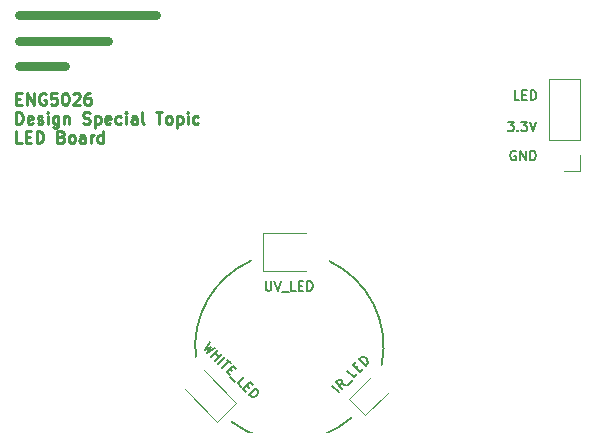
<source format=gto>
G04 #@! TF.GenerationSoftware,KiCad,Pcbnew,9.0.0*
G04 #@! TF.CreationDate,2025-04-29T16:13:28+03:00*
G04 #@! TF.ProjectId,LED-BOARD,4c45442d-424f-4415-9244-2e6b69636164,rev?*
G04 #@! TF.SameCoordinates,Original*
G04 #@! TF.FileFunction,Legend,Top*
G04 #@! TF.FilePolarity,Positive*
%FSLAX46Y46*%
G04 Gerber Fmt 4.6, Leading zero omitted, Abs format (unit mm)*
G04 Created by KiCad (PCBNEW 9.0.0) date 2025-04-29 16:13:28*
%MOMM*%
%LPD*%
G01*
G04 APERTURE LIST*
G04 Aperture macros list*
%AMRoundRect*
0 Rectangle with rounded corners*
0 $1 Rounding radius*
0 $2 $3 $4 $5 $6 $7 $8 $9 X,Y pos of 4 corners*
0 Add a 4 corners polygon primitive as box body*
4,1,4,$2,$3,$4,$5,$6,$7,$8,$9,$2,$3,0*
0 Add four circle primitives for the rounded corners*
1,1,$1+$1,$2,$3*
1,1,$1+$1,$4,$5*
1,1,$1+$1,$6,$7*
1,1,$1+$1,$8,$9*
0 Add four rect primitives between the rounded corners*
20,1,$1+$1,$2,$3,$4,$5,0*
20,1,$1+$1,$4,$5,$6,$7,0*
20,1,$1+$1,$6,$7,$8,$9,0*
20,1,$1+$1,$8,$9,$2,$3,0*%
G04 Aperture macros list end*
%ADD10C,0.250000*%
%ADD11C,0.150000*%
%ADD12C,0.800000*%
%ADD13C,0.120000*%
%ADD14C,5.500000*%
%ADD15C,2.400000*%
%ADD16O,2.400000X2.400000*%
%ADD17R,1.500000X1.500000*%
%ADD18C,1.500000*%
%ADD19RoundRect,0.250000X0.707107X0.176777X0.176777X0.707107X-0.707107X-0.176777X-0.176777X-0.707107X0*%
%ADD20R,1.700000X1.700000*%
%ADD21O,1.700000X1.700000*%
%ADD22R,2.200000X2.200000*%
%ADD23R,1.250000X2.200000*%
%ADD24RoundRect,0.243750X0.150260X-0.494975X0.494975X-0.150260X-0.150260X0.494975X-0.494975X0.150260X0*%
G04 APERTURE END LIST*
D10*
X100052568Y-65565865D02*
X100385901Y-65565865D01*
X100528758Y-66089675D02*
X100052568Y-66089675D01*
X100052568Y-66089675D02*
X100052568Y-65089675D01*
X100052568Y-65089675D02*
X100528758Y-65089675D01*
X100957330Y-66089675D02*
X100957330Y-65089675D01*
X100957330Y-65089675D02*
X101528758Y-66089675D01*
X101528758Y-66089675D02*
X101528758Y-65089675D01*
X102528758Y-65137294D02*
X102433520Y-65089675D01*
X102433520Y-65089675D02*
X102290663Y-65089675D01*
X102290663Y-65089675D02*
X102147806Y-65137294D01*
X102147806Y-65137294D02*
X102052568Y-65232532D01*
X102052568Y-65232532D02*
X102004949Y-65327770D01*
X102004949Y-65327770D02*
X101957330Y-65518246D01*
X101957330Y-65518246D02*
X101957330Y-65661103D01*
X101957330Y-65661103D02*
X102004949Y-65851579D01*
X102004949Y-65851579D02*
X102052568Y-65946817D01*
X102052568Y-65946817D02*
X102147806Y-66042056D01*
X102147806Y-66042056D02*
X102290663Y-66089675D01*
X102290663Y-66089675D02*
X102385901Y-66089675D01*
X102385901Y-66089675D02*
X102528758Y-66042056D01*
X102528758Y-66042056D02*
X102576377Y-65994436D01*
X102576377Y-65994436D02*
X102576377Y-65661103D01*
X102576377Y-65661103D02*
X102385901Y-65661103D01*
X103481139Y-65089675D02*
X103004949Y-65089675D01*
X103004949Y-65089675D02*
X102957330Y-65565865D01*
X102957330Y-65565865D02*
X103004949Y-65518246D01*
X103004949Y-65518246D02*
X103100187Y-65470627D01*
X103100187Y-65470627D02*
X103338282Y-65470627D01*
X103338282Y-65470627D02*
X103433520Y-65518246D01*
X103433520Y-65518246D02*
X103481139Y-65565865D01*
X103481139Y-65565865D02*
X103528758Y-65661103D01*
X103528758Y-65661103D02*
X103528758Y-65899198D01*
X103528758Y-65899198D02*
X103481139Y-65994436D01*
X103481139Y-65994436D02*
X103433520Y-66042056D01*
X103433520Y-66042056D02*
X103338282Y-66089675D01*
X103338282Y-66089675D02*
X103100187Y-66089675D01*
X103100187Y-66089675D02*
X103004949Y-66042056D01*
X103004949Y-66042056D02*
X102957330Y-65994436D01*
X104147806Y-65089675D02*
X104243044Y-65089675D01*
X104243044Y-65089675D02*
X104338282Y-65137294D01*
X104338282Y-65137294D02*
X104385901Y-65184913D01*
X104385901Y-65184913D02*
X104433520Y-65280151D01*
X104433520Y-65280151D02*
X104481139Y-65470627D01*
X104481139Y-65470627D02*
X104481139Y-65708722D01*
X104481139Y-65708722D02*
X104433520Y-65899198D01*
X104433520Y-65899198D02*
X104385901Y-65994436D01*
X104385901Y-65994436D02*
X104338282Y-66042056D01*
X104338282Y-66042056D02*
X104243044Y-66089675D01*
X104243044Y-66089675D02*
X104147806Y-66089675D01*
X104147806Y-66089675D02*
X104052568Y-66042056D01*
X104052568Y-66042056D02*
X104004949Y-65994436D01*
X104004949Y-65994436D02*
X103957330Y-65899198D01*
X103957330Y-65899198D02*
X103909711Y-65708722D01*
X103909711Y-65708722D02*
X103909711Y-65470627D01*
X103909711Y-65470627D02*
X103957330Y-65280151D01*
X103957330Y-65280151D02*
X104004949Y-65184913D01*
X104004949Y-65184913D02*
X104052568Y-65137294D01*
X104052568Y-65137294D02*
X104147806Y-65089675D01*
X104862092Y-65184913D02*
X104909711Y-65137294D01*
X104909711Y-65137294D02*
X105004949Y-65089675D01*
X105004949Y-65089675D02*
X105243044Y-65089675D01*
X105243044Y-65089675D02*
X105338282Y-65137294D01*
X105338282Y-65137294D02*
X105385901Y-65184913D01*
X105385901Y-65184913D02*
X105433520Y-65280151D01*
X105433520Y-65280151D02*
X105433520Y-65375389D01*
X105433520Y-65375389D02*
X105385901Y-65518246D01*
X105385901Y-65518246D02*
X104814473Y-66089675D01*
X104814473Y-66089675D02*
X105433520Y-66089675D01*
X106290663Y-65089675D02*
X106100187Y-65089675D01*
X106100187Y-65089675D02*
X106004949Y-65137294D01*
X106004949Y-65137294D02*
X105957330Y-65184913D01*
X105957330Y-65184913D02*
X105862092Y-65327770D01*
X105862092Y-65327770D02*
X105814473Y-65518246D01*
X105814473Y-65518246D02*
X105814473Y-65899198D01*
X105814473Y-65899198D02*
X105862092Y-65994436D01*
X105862092Y-65994436D02*
X105909711Y-66042056D01*
X105909711Y-66042056D02*
X106004949Y-66089675D01*
X106004949Y-66089675D02*
X106195425Y-66089675D01*
X106195425Y-66089675D02*
X106290663Y-66042056D01*
X106290663Y-66042056D02*
X106338282Y-65994436D01*
X106338282Y-65994436D02*
X106385901Y-65899198D01*
X106385901Y-65899198D02*
X106385901Y-65661103D01*
X106385901Y-65661103D02*
X106338282Y-65565865D01*
X106338282Y-65565865D02*
X106290663Y-65518246D01*
X106290663Y-65518246D02*
X106195425Y-65470627D01*
X106195425Y-65470627D02*
X106004949Y-65470627D01*
X106004949Y-65470627D02*
X105909711Y-65518246D01*
X105909711Y-65518246D02*
X105862092Y-65565865D01*
X105862092Y-65565865D02*
X105814473Y-65661103D01*
X100052568Y-67699619D02*
X100052568Y-66699619D01*
X100052568Y-66699619D02*
X100290663Y-66699619D01*
X100290663Y-66699619D02*
X100433520Y-66747238D01*
X100433520Y-66747238D02*
X100528758Y-66842476D01*
X100528758Y-66842476D02*
X100576377Y-66937714D01*
X100576377Y-66937714D02*
X100623996Y-67128190D01*
X100623996Y-67128190D02*
X100623996Y-67271047D01*
X100623996Y-67271047D02*
X100576377Y-67461523D01*
X100576377Y-67461523D02*
X100528758Y-67556761D01*
X100528758Y-67556761D02*
X100433520Y-67652000D01*
X100433520Y-67652000D02*
X100290663Y-67699619D01*
X100290663Y-67699619D02*
X100052568Y-67699619D01*
X101433520Y-67652000D02*
X101338282Y-67699619D01*
X101338282Y-67699619D02*
X101147806Y-67699619D01*
X101147806Y-67699619D02*
X101052568Y-67652000D01*
X101052568Y-67652000D02*
X101004949Y-67556761D01*
X101004949Y-67556761D02*
X101004949Y-67175809D01*
X101004949Y-67175809D02*
X101052568Y-67080571D01*
X101052568Y-67080571D02*
X101147806Y-67032952D01*
X101147806Y-67032952D02*
X101338282Y-67032952D01*
X101338282Y-67032952D02*
X101433520Y-67080571D01*
X101433520Y-67080571D02*
X101481139Y-67175809D01*
X101481139Y-67175809D02*
X101481139Y-67271047D01*
X101481139Y-67271047D02*
X101004949Y-67366285D01*
X101862092Y-67652000D02*
X101957330Y-67699619D01*
X101957330Y-67699619D02*
X102147806Y-67699619D01*
X102147806Y-67699619D02*
X102243044Y-67652000D01*
X102243044Y-67652000D02*
X102290663Y-67556761D01*
X102290663Y-67556761D02*
X102290663Y-67509142D01*
X102290663Y-67509142D02*
X102243044Y-67413904D01*
X102243044Y-67413904D02*
X102147806Y-67366285D01*
X102147806Y-67366285D02*
X102004949Y-67366285D01*
X102004949Y-67366285D02*
X101909711Y-67318666D01*
X101909711Y-67318666D02*
X101862092Y-67223428D01*
X101862092Y-67223428D02*
X101862092Y-67175809D01*
X101862092Y-67175809D02*
X101909711Y-67080571D01*
X101909711Y-67080571D02*
X102004949Y-67032952D01*
X102004949Y-67032952D02*
X102147806Y-67032952D01*
X102147806Y-67032952D02*
X102243044Y-67080571D01*
X102719235Y-67699619D02*
X102719235Y-67032952D01*
X102719235Y-66699619D02*
X102671616Y-66747238D01*
X102671616Y-66747238D02*
X102719235Y-66794857D01*
X102719235Y-66794857D02*
X102766854Y-66747238D01*
X102766854Y-66747238D02*
X102719235Y-66699619D01*
X102719235Y-66699619D02*
X102719235Y-66794857D01*
X103623996Y-67032952D02*
X103623996Y-67842476D01*
X103623996Y-67842476D02*
X103576377Y-67937714D01*
X103576377Y-67937714D02*
X103528758Y-67985333D01*
X103528758Y-67985333D02*
X103433520Y-68032952D01*
X103433520Y-68032952D02*
X103290663Y-68032952D01*
X103290663Y-68032952D02*
X103195425Y-67985333D01*
X103623996Y-67652000D02*
X103528758Y-67699619D01*
X103528758Y-67699619D02*
X103338282Y-67699619D01*
X103338282Y-67699619D02*
X103243044Y-67652000D01*
X103243044Y-67652000D02*
X103195425Y-67604380D01*
X103195425Y-67604380D02*
X103147806Y-67509142D01*
X103147806Y-67509142D02*
X103147806Y-67223428D01*
X103147806Y-67223428D02*
X103195425Y-67128190D01*
X103195425Y-67128190D02*
X103243044Y-67080571D01*
X103243044Y-67080571D02*
X103338282Y-67032952D01*
X103338282Y-67032952D02*
X103528758Y-67032952D01*
X103528758Y-67032952D02*
X103623996Y-67080571D01*
X104100187Y-67032952D02*
X104100187Y-67699619D01*
X104100187Y-67128190D02*
X104147806Y-67080571D01*
X104147806Y-67080571D02*
X104243044Y-67032952D01*
X104243044Y-67032952D02*
X104385901Y-67032952D01*
X104385901Y-67032952D02*
X104481139Y-67080571D01*
X104481139Y-67080571D02*
X104528758Y-67175809D01*
X104528758Y-67175809D02*
X104528758Y-67699619D01*
X105719235Y-67652000D02*
X105862092Y-67699619D01*
X105862092Y-67699619D02*
X106100187Y-67699619D01*
X106100187Y-67699619D02*
X106195425Y-67652000D01*
X106195425Y-67652000D02*
X106243044Y-67604380D01*
X106243044Y-67604380D02*
X106290663Y-67509142D01*
X106290663Y-67509142D02*
X106290663Y-67413904D01*
X106290663Y-67413904D02*
X106243044Y-67318666D01*
X106243044Y-67318666D02*
X106195425Y-67271047D01*
X106195425Y-67271047D02*
X106100187Y-67223428D01*
X106100187Y-67223428D02*
X105909711Y-67175809D01*
X105909711Y-67175809D02*
X105814473Y-67128190D01*
X105814473Y-67128190D02*
X105766854Y-67080571D01*
X105766854Y-67080571D02*
X105719235Y-66985333D01*
X105719235Y-66985333D02*
X105719235Y-66890095D01*
X105719235Y-66890095D02*
X105766854Y-66794857D01*
X105766854Y-66794857D02*
X105814473Y-66747238D01*
X105814473Y-66747238D02*
X105909711Y-66699619D01*
X105909711Y-66699619D02*
X106147806Y-66699619D01*
X106147806Y-66699619D02*
X106290663Y-66747238D01*
X106719235Y-67032952D02*
X106719235Y-68032952D01*
X106719235Y-67080571D02*
X106814473Y-67032952D01*
X106814473Y-67032952D02*
X107004949Y-67032952D01*
X107004949Y-67032952D02*
X107100187Y-67080571D01*
X107100187Y-67080571D02*
X107147806Y-67128190D01*
X107147806Y-67128190D02*
X107195425Y-67223428D01*
X107195425Y-67223428D02*
X107195425Y-67509142D01*
X107195425Y-67509142D02*
X107147806Y-67604380D01*
X107147806Y-67604380D02*
X107100187Y-67652000D01*
X107100187Y-67652000D02*
X107004949Y-67699619D01*
X107004949Y-67699619D02*
X106814473Y-67699619D01*
X106814473Y-67699619D02*
X106719235Y-67652000D01*
X108004949Y-67652000D02*
X107909711Y-67699619D01*
X107909711Y-67699619D02*
X107719235Y-67699619D01*
X107719235Y-67699619D02*
X107623997Y-67652000D01*
X107623997Y-67652000D02*
X107576378Y-67556761D01*
X107576378Y-67556761D02*
X107576378Y-67175809D01*
X107576378Y-67175809D02*
X107623997Y-67080571D01*
X107623997Y-67080571D02*
X107719235Y-67032952D01*
X107719235Y-67032952D02*
X107909711Y-67032952D01*
X107909711Y-67032952D02*
X108004949Y-67080571D01*
X108004949Y-67080571D02*
X108052568Y-67175809D01*
X108052568Y-67175809D02*
X108052568Y-67271047D01*
X108052568Y-67271047D02*
X107576378Y-67366285D01*
X108909711Y-67652000D02*
X108814473Y-67699619D01*
X108814473Y-67699619D02*
X108623997Y-67699619D01*
X108623997Y-67699619D02*
X108528759Y-67652000D01*
X108528759Y-67652000D02*
X108481140Y-67604380D01*
X108481140Y-67604380D02*
X108433521Y-67509142D01*
X108433521Y-67509142D02*
X108433521Y-67223428D01*
X108433521Y-67223428D02*
X108481140Y-67128190D01*
X108481140Y-67128190D02*
X108528759Y-67080571D01*
X108528759Y-67080571D02*
X108623997Y-67032952D01*
X108623997Y-67032952D02*
X108814473Y-67032952D01*
X108814473Y-67032952D02*
X108909711Y-67080571D01*
X109338283Y-67699619D02*
X109338283Y-67032952D01*
X109338283Y-66699619D02*
X109290664Y-66747238D01*
X109290664Y-66747238D02*
X109338283Y-66794857D01*
X109338283Y-66794857D02*
X109385902Y-66747238D01*
X109385902Y-66747238D02*
X109338283Y-66699619D01*
X109338283Y-66699619D02*
X109338283Y-66794857D01*
X110243044Y-67699619D02*
X110243044Y-67175809D01*
X110243044Y-67175809D02*
X110195425Y-67080571D01*
X110195425Y-67080571D02*
X110100187Y-67032952D01*
X110100187Y-67032952D02*
X109909711Y-67032952D01*
X109909711Y-67032952D02*
X109814473Y-67080571D01*
X110243044Y-67652000D02*
X110147806Y-67699619D01*
X110147806Y-67699619D02*
X109909711Y-67699619D01*
X109909711Y-67699619D02*
X109814473Y-67652000D01*
X109814473Y-67652000D02*
X109766854Y-67556761D01*
X109766854Y-67556761D02*
X109766854Y-67461523D01*
X109766854Y-67461523D02*
X109814473Y-67366285D01*
X109814473Y-67366285D02*
X109909711Y-67318666D01*
X109909711Y-67318666D02*
X110147806Y-67318666D01*
X110147806Y-67318666D02*
X110243044Y-67271047D01*
X110862092Y-67699619D02*
X110766854Y-67652000D01*
X110766854Y-67652000D02*
X110719235Y-67556761D01*
X110719235Y-67556761D02*
X110719235Y-66699619D01*
X111862093Y-66699619D02*
X112433521Y-66699619D01*
X112147807Y-67699619D02*
X112147807Y-66699619D01*
X112909712Y-67699619D02*
X112814474Y-67652000D01*
X112814474Y-67652000D02*
X112766855Y-67604380D01*
X112766855Y-67604380D02*
X112719236Y-67509142D01*
X112719236Y-67509142D02*
X112719236Y-67223428D01*
X112719236Y-67223428D02*
X112766855Y-67128190D01*
X112766855Y-67128190D02*
X112814474Y-67080571D01*
X112814474Y-67080571D02*
X112909712Y-67032952D01*
X112909712Y-67032952D02*
X113052569Y-67032952D01*
X113052569Y-67032952D02*
X113147807Y-67080571D01*
X113147807Y-67080571D02*
X113195426Y-67128190D01*
X113195426Y-67128190D02*
X113243045Y-67223428D01*
X113243045Y-67223428D02*
X113243045Y-67509142D01*
X113243045Y-67509142D02*
X113195426Y-67604380D01*
X113195426Y-67604380D02*
X113147807Y-67652000D01*
X113147807Y-67652000D02*
X113052569Y-67699619D01*
X113052569Y-67699619D02*
X112909712Y-67699619D01*
X113671617Y-67032952D02*
X113671617Y-68032952D01*
X113671617Y-67080571D02*
X113766855Y-67032952D01*
X113766855Y-67032952D02*
X113957331Y-67032952D01*
X113957331Y-67032952D02*
X114052569Y-67080571D01*
X114052569Y-67080571D02*
X114100188Y-67128190D01*
X114100188Y-67128190D02*
X114147807Y-67223428D01*
X114147807Y-67223428D02*
X114147807Y-67509142D01*
X114147807Y-67509142D02*
X114100188Y-67604380D01*
X114100188Y-67604380D02*
X114052569Y-67652000D01*
X114052569Y-67652000D02*
X113957331Y-67699619D01*
X113957331Y-67699619D02*
X113766855Y-67699619D01*
X113766855Y-67699619D02*
X113671617Y-67652000D01*
X114576379Y-67699619D02*
X114576379Y-67032952D01*
X114576379Y-66699619D02*
X114528760Y-66747238D01*
X114528760Y-66747238D02*
X114576379Y-66794857D01*
X114576379Y-66794857D02*
X114623998Y-66747238D01*
X114623998Y-66747238D02*
X114576379Y-66699619D01*
X114576379Y-66699619D02*
X114576379Y-66794857D01*
X115481140Y-67652000D02*
X115385902Y-67699619D01*
X115385902Y-67699619D02*
X115195426Y-67699619D01*
X115195426Y-67699619D02*
X115100188Y-67652000D01*
X115100188Y-67652000D02*
X115052569Y-67604380D01*
X115052569Y-67604380D02*
X115004950Y-67509142D01*
X115004950Y-67509142D02*
X115004950Y-67223428D01*
X115004950Y-67223428D02*
X115052569Y-67128190D01*
X115052569Y-67128190D02*
X115100188Y-67080571D01*
X115100188Y-67080571D02*
X115195426Y-67032952D01*
X115195426Y-67032952D02*
X115385902Y-67032952D01*
X115385902Y-67032952D02*
X115481140Y-67080571D01*
X100528758Y-69309563D02*
X100052568Y-69309563D01*
X100052568Y-69309563D02*
X100052568Y-68309563D01*
X100862092Y-68785753D02*
X101195425Y-68785753D01*
X101338282Y-69309563D02*
X100862092Y-69309563D01*
X100862092Y-69309563D02*
X100862092Y-68309563D01*
X100862092Y-68309563D02*
X101338282Y-68309563D01*
X101766854Y-69309563D02*
X101766854Y-68309563D01*
X101766854Y-68309563D02*
X102004949Y-68309563D01*
X102004949Y-68309563D02*
X102147806Y-68357182D01*
X102147806Y-68357182D02*
X102243044Y-68452420D01*
X102243044Y-68452420D02*
X102290663Y-68547658D01*
X102290663Y-68547658D02*
X102338282Y-68738134D01*
X102338282Y-68738134D02*
X102338282Y-68880991D01*
X102338282Y-68880991D02*
X102290663Y-69071467D01*
X102290663Y-69071467D02*
X102243044Y-69166705D01*
X102243044Y-69166705D02*
X102147806Y-69261944D01*
X102147806Y-69261944D02*
X102004949Y-69309563D01*
X102004949Y-69309563D02*
X101766854Y-69309563D01*
X103862092Y-68785753D02*
X104004949Y-68833372D01*
X104004949Y-68833372D02*
X104052568Y-68880991D01*
X104052568Y-68880991D02*
X104100187Y-68976229D01*
X104100187Y-68976229D02*
X104100187Y-69119086D01*
X104100187Y-69119086D02*
X104052568Y-69214324D01*
X104052568Y-69214324D02*
X104004949Y-69261944D01*
X104004949Y-69261944D02*
X103909711Y-69309563D01*
X103909711Y-69309563D02*
X103528759Y-69309563D01*
X103528759Y-69309563D02*
X103528759Y-68309563D01*
X103528759Y-68309563D02*
X103862092Y-68309563D01*
X103862092Y-68309563D02*
X103957330Y-68357182D01*
X103957330Y-68357182D02*
X104004949Y-68404801D01*
X104004949Y-68404801D02*
X104052568Y-68500039D01*
X104052568Y-68500039D02*
X104052568Y-68595277D01*
X104052568Y-68595277D02*
X104004949Y-68690515D01*
X104004949Y-68690515D02*
X103957330Y-68738134D01*
X103957330Y-68738134D02*
X103862092Y-68785753D01*
X103862092Y-68785753D02*
X103528759Y-68785753D01*
X104671616Y-69309563D02*
X104576378Y-69261944D01*
X104576378Y-69261944D02*
X104528759Y-69214324D01*
X104528759Y-69214324D02*
X104481140Y-69119086D01*
X104481140Y-69119086D02*
X104481140Y-68833372D01*
X104481140Y-68833372D02*
X104528759Y-68738134D01*
X104528759Y-68738134D02*
X104576378Y-68690515D01*
X104576378Y-68690515D02*
X104671616Y-68642896D01*
X104671616Y-68642896D02*
X104814473Y-68642896D01*
X104814473Y-68642896D02*
X104909711Y-68690515D01*
X104909711Y-68690515D02*
X104957330Y-68738134D01*
X104957330Y-68738134D02*
X105004949Y-68833372D01*
X105004949Y-68833372D02*
X105004949Y-69119086D01*
X105004949Y-69119086D02*
X104957330Y-69214324D01*
X104957330Y-69214324D02*
X104909711Y-69261944D01*
X104909711Y-69261944D02*
X104814473Y-69309563D01*
X104814473Y-69309563D02*
X104671616Y-69309563D01*
X105862092Y-69309563D02*
X105862092Y-68785753D01*
X105862092Y-68785753D02*
X105814473Y-68690515D01*
X105814473Y-68690515D02*
X105719235Y-68642896D01*
X105719235Y-68642896D02*
X105528759Y-68642896D01*
X105528759Y-68642896D02*
X105433521Y-68690515D01*
X105862092Y-69261944D02*
X105766854Y-69309563D01*
X105766854Y-69309563D02*
X105528759Y-69309563D01*
X105528759Y-69309563D02*
X105433521Y-69261944D01*
X105433521Y-69261944D02*
X105385902Y-69166705D01*
X105385902Y-69166705D02*
X105385902Y-69071467D01*
X105385902Y-69071467D02*
X105433521Y-68976229D01*
X105433521Y-68976229D02*
X105528759Y-68928610D01*
X105528759Y-68928610D02*
X105766854Y-68928610D01*
X105766854Y-68928610D02*
X105862092Y-68880991D01*
X106338283Y-69309563D02*
X106338283Y-68642896D01*
X106338283Y-68833372D02*
X106385902Y-68738134D01*
X106385902Y-68738134D02*
X106433521Y-68690515D01*
X106433521Y-68690515D02*
X106528759Y-68642896D01*
X106528759Y-68642896D02*
X106623997Y-68642896D01*
X107385902Y-69309563D02*
X107385902Y-68309563D01*
X107385902Y-69261944D02*
X107290664Y-69309563D01*
X107290664Y-69309563D02*
X107100188Y-69309563D01*
X107100188Y-69309563D02*
X107004950Y-69261944D01*
X107004950Y-69261944D02*
X106957331Y-69214324D01*
X106957331Y-69214324D02*
X106909712Y-69119086D01*
X106909712Y-69119086D02*
X106909712Y-68833372D01*
X106909712Y-68833372D02*
X106957331Y-68738134D01*
X106957331Y-68738134D02*
X107004950Y-68690515D01*
X107004950Y-68690515D02*
X107100188Y-68642896D01*
X107100188Y-68642896D02*
X107290664Y-68642896D01*
X107290664Y-68642896D02*
X107385902Y-68690515D01*
D11*
X121188095Y-81012295D02*
X121188095Y-81659914D01*
X121188095Y-81659914D02*
X121226190Y-81736104D01*
X121226190Y-81736104D02*
X121264285Y-81774200D01*
X121264285Y-81774200D02*
X121340476Y-81812295D01*
X121340476Y-81812295D02*
X121492857Y-81812295D01*
X121492857Y-81812295D02*
X121569047Y-81774200D01*
X121569047Y-81774200D02*
X121607142Y-81736104D01*
X121607142Y-81736104D02*
X121645238Y-81659914D01*
X121645238Y-81659914D02*
X121645238Y-81012295D01*
X121911904Y-81012295D02*
X122178571Y-81812295D01*
X122178571Y-81812295D02*
X122445237Y-81012295D01*
X122521428Y-81888485D02*
X123130951Y-81888485D01*
X123702380Y-81812295D02*
X123321428Y-81812295D01*
X123321428Y-81812295D02*
X123321428Y-81012295D01*
X123969047Y-81393247D02*
X124235713Y-81393247D01*
X124349999Y-81812295D02*
X123969047Y-81812295D01*
X123969047Y-81812295D02*
X123969047Y-81012295D01*
X123969047Y-81012295D02*
X124349999Y-81012295D01*
X124692857Y-81812295D02*
X124692857Y-81012295D01*
X124692857Y-81012295D02*
X124883333Y-81012295D01*
X124883333Y-81012295D02*
X124997619Y-81050390D01*
X124997619Y-81050390D02*
X125073809Y-81126580D01*
X125073809Y-81126580D02*
X125111904Y-81202771D01*
X125111904Y-81202771D02*
X125150000Y-81355152D01*
X125150000Y-81355152D02*
X125150000Y-81469438D01*
X125150000Y-81469438D02*
X125111904Y-81621819D01*
X125111904Y-81621819D02*
X125073809Y-81698009D01*
X125073809Y-81698009D02*
X124997619Y-81774200D01*
X124997619Y-81774200D02*
X124883333Y-81812295D01*
X124883333Y-81812295D02*
X124692857Y-81812295D01*
X142635714Y-65662295D02*
X142254762Y-65662295D01*
X142254762Y-65662295D02*
X142254762Y-64862295D01*
X142902381Y-65243247D02*
X143169047Y-65243247D01*
X143283333Y-65662295D02*
X142902381Y-65662295D01*
X142902381Y-65662295D02*
X142902381Y-64862295D01*
X142902381Y-64862295D02*
X143283333Y-64862295D01*
X143626191Y-65662295D02*
X143626191Y-64862295D01*
X143626191Y-64862295D02*
X143816667Y-64862295D01*
X143816667Y-64862295D02*
X143930953Y-64900390D01*
X143930953Y-64900390D02*
X144007143Y-64976580D01*
X144007143Y-64976580D02*
X144045238Y-65052771D01*
X144045238Y-65052771D02*
X144083334Y-65205152D01*
X144083334Y-65205152D02*
X144083334Y-65319438D01*
X144083334Y-65319438D02*
X144045238Y-65471819D01*
X144045238Y-65471819D02*
X144007143Y-65548009D01*
X144007143Y-65548009D02*
X143930953Y-65624200D01*
X143930953Y-65624200D02*
X143816667Y-65662295D01*
X143816667Y-65662295D02*
X143626191Y-65662295D01*
X142340476Y-70000390D02*
X142264286Y-69962295D01*
X142264286Y-69962295D02*
X142150000Y-69962295D01*
X142150000Y-69962295D02*
X142035714Y-70000390D01*
X142035714Y-70000390D02*
X141959524Y-70076580D01*
X141959524Y-70076580D02*
X141921429Y-70152771D01*
X141921429Y-70152771D02*
X141883333Y-70305152D01*
X141883333Y-70305152D02*
X141883333Y-70419438D01*
X141883333Y-70419438D02*
X141921429Y-70571819D01*
X141921429Y-70571819D02*
X141959524Y-70648009D01*
X141959524Y-70648009D02*
X142035714Y-70724200D01*
X142035714Y-70724200D02*
X142150000Y-70762295D01*
X142150000Y-70762295D02*
X142226191Y-70762295D01*
X142226191Y-70762295D02*
X142340476Y-70724200D01*
X142340476Y-70724200D02*
X142378572Y-70686104D01*
X142378572Y-70686104D02*
X142378572Y-70419438D01*
X142378572Y-70419438D02*
X142226191Y-70419438D01*
X142721429Y-70762295D02*
X142721429Y-69962295D01*
X142721429Y-69962295D02*
X143178572Y-70762295D01*
X143178572Y-70762295D02*
X143178572Y-69962295D01*
X143559524Y-70762295D02*
X143559524Y-69962295D01*
X143559524Y-69962295D02*
X143750000Y-69962295D01*
X143750000Y-69962295D02*
X143864286Y-70000390D01*
X143864286Y-70000390D02*
X143940476Y-70076580D01*
X143940476Y-70076580D02*
X143978571Y-70152771D01*
X143978571Y-70152771D02*
X144016667Y-70305152D01*
X144016667Y-70305152D02*
X144016667Y-70419438D01*
X144016667Y-70419438D02*
X143978571Y-70571819D01*
X143978571Y-70571819D02*
X143940476Y-70648009D01*
X143940476Y-70648009D02*
X143864286Y-70724200D01*
X143864286Y-70724200D02*
X143750000Y-70762295D01*
X143750000Y-70762295D02*
X143559524Y-70762295D01*
X116431448Y-86162440D02*
X116000450Y-86862813D01*
X116000450Y-86862813D02*
X116512261Y-86566501D01*
X116512261Y-86566501D02*
X116215949Y-87078312D01*
X116215949Y-87078312D02*
X116916322Y-86647314D01*
X116566136Y-87428499D02*
X117131821Y-86862813D01*
X116862447Y-87132187D02*
X117185696Y-87455436D01*
X116889384Y-87751747D02*
X117455070Y-87186062D01*
X117158758Y-88021121D02*
X117724444Y-87455436D01*
X117913005Y-87643997D02*
X118236254Y-87967246D01*
X117508944Y-88371307D02*
X118074630Y-87805622D01*
X118155442Y-88425182D02*
X118344004Y-88613744D01*
X118128505Y-88990867D02*
X117859131Y-88721493D01*
X117859131Y-88721493D02*
X118424816Y-88155808D01*
X118424816Y-88155808D02*
X118694190Y-88425182D01*
X118182380Y-89152492D02*
X118613378Y-89583491D01*
X119071314Y-89933677D02*
X118801940Y-89664303D01*
X118801940Y-89664303D02*
X119367626Y-89098618D01*
X119556187Y-89825927D02*
X119744749Y-90014489D01*
X119529250Y-90391613D02*
X119259876Y-90122239D01*
X119259876Y-90122239D02*
X119825561Y-89556553D01*
X119825561Y-89556553D02*
X120094935Y-89825927D01*
X119771687Y-90634050D02*
X120337372Y-90068364D01*
X120337372Y-90068364D02*
X120472059Y-90203051D01*
X120472059Y-90203051D02*
X120525934Y-90310801D01*
X120525934Y-90310801D02*
X120525934Y-90418551D01*
X120525934Y-90418551D02*
X120498997Y-90499363D01*
X120498997Y-90499363D02*
X120418185Y-90634050D01*
X120418185Y-90634050D02*
X120337372Y-90714862D01*
X120337372Y-90714862D02*
X120202685Y-90795674D01*
X120202685Y-90795674D02*
X120121873Y-90822612D01*
X120121873Y-90822612D02*
X120014124Y-90822612D01*
X120014124Y-90822612D02*
X119906374Y-90768737D01*
X119906374Y-90768737D02*
X119771687Y-90634050D01*
X141669047Y-67512295D02*
X142164285Y-67512295D01*
X142164285Y-67512295D02*
X141897619Y-67817057D01*
X141897619Y-67817057D02*
X142011904Y-67817057D01*
X142011904Y-67817057D02*
X142088095Y-67855152D01*
X142088095Y-67855152D02*
X142126190Y-67893247D01*
X142126190Y-67893247D02*
X142164285Y-67969438D01*
X142164285Y-67969438D02*
X142164285Y-68159914D01*
X142164285Y-68159914D02*
X142126190Y-68236104D01*
X142126190Y-68236104D02*
X142088095Y-68274200D01*
X142088095Y-68274200D02*
X142011904Y-68312295D01*
X142011904Y-68312295D02*
X141783333Y-68312295D01*
X141783333Y-68312295D02*
X141707142Y-68274200D01*
X141707142Y-68274200D02*
X141669047Y-68236104D01*
X142507143Y-68236104D02*
X142545238Y-68274200D01*
X142545238Y-68274200D02*
X142507143Y-68312295D01*
X142507143Y-68312295D02*
X142469047Y-68274200D01*
X142469047Y-68274200D02*
X142507143Y-68236104D01*
X142507143Y-68236104D02*
X142507143Y-68312295D01*
X142811904Y-67512295D02*
X143307142Y-67512295D01*
X143307142Y-67512295D02*
X143040476Y-67817057D01*
X143040476Y-67817057D02*
X143154761Y-67817057D01*
X143154761Y-67817057D02*
X143230952Y-67855152D01*
X143230952Y-67855152D02*
X143269047Y-67893247D01*
X143269047Y-67893247D02*
X143307142Y-67969438D01*
X143307142Y-67969438D02*
X143307142Y-68159914D01*
X143307142Y-68159914D02*
X143269047Y-68236104D01*
X143269047Y-68236104D02*
X143230952Y-68274200D01*
X143230952Y-68274200D02*
X143154761Y-68312295D01*
X143154761Y-68312295D02*
X142926190Y-68312295D01*
X142926190Y-68312295D02*
X142849999Y-68274200D01*
X142849999Y-68274200D02*
X142811904Y-68236104D01*
X143535714Y-67512295D02*
X143802381Y-68312295D01*
X143802381Y-68312295D02*
X144069047Y-67512295D01*
X127390123Y-90422239D02*
X126824438Y-89856553D01*
X127982746Y-89829616D02*
X127524810Y-89748804D01*
X127659497Y-90152865D02*
X127093812Y-89587179D01*
X127093812Y-89587179D02*
X127309311Y-89371680D01*
X127309311Y-89371680D02*
X127390123Y-89344743D01*
X127390123Y-89344743D02*
X127443998Y-89344743D01*
X127443998Y-89344743D02*
X127524810Y-89371680D01*
X127524810Y-89371680D02*
X127605622Y-89452492D01*
X127605622Y-89452492D02*
X127632560Y-89533305D01*
X127632560Y-89533305D02*
X127632560Y-89587179D01*
X127632560Y-89587179D02*
X127605622Y-89667992D01*
X127605622Y-89667992D02*
X127390123Y-89883491D01*
X128144370Y-89775741D02*
X128575369Y-89344743D01*
X128925555Y-88886807D02*
X128656181Y-89156181D01*
X128656181Y-89156181D02*
X128090496Y-88590495D01*
X128817805Y-88401934D02*
X129006367Y-88213372D01*
X129383491Y-88428871D02*
X129114117Y-88698245D01*
X129114117Y-88698245D02*
X128548431Y-88132560D01*
X128548431Y-88132560D02*
X128817805Y-87863186D01*
X129625928Y-88186434D02*
X129060242Y-87620749D01*
X129060242Y-87620749D02*
X129194929Y-87486062D01*
X129194929Y-87486062D02*
X129302679Y-87432187D01*
X129302679Y-87432187D02*
X129410429Y-87432187D01*
X129410429Y-87432187D02*
X129491241Y-87459124D01*
X129491241Y-87459124D02*
X129625928Y-87539936D01*
X129625928Y-87539936D02*
X129706740Y-87620749D01*
X129706740Y-87620749D02*
X129787552Y-87755436D01*
X129787552Y-87755436D02*
X129814490Y-87836248D01*
X129814490Y-87836248D02*
X129814490Y-87943997D01*
X129814490Y-87943997D02*
X129760615Y-88051747D01*
X129760615Y-88051747D02*
X129625928Y-88186434D01*
X126547414Y-79305514D02*
G75*
G02*
X131000000Y-88100000I-3397415J-7244487D01*
G01*
D12*
X100275000Y-60650000D02*
X107825000Y-60650000D01*
X100275000Y-62800000D02*
X104175000Y-62800000D01*
X100275000Y-58450000D02*
X111875000Y-58450000D01*
D11*
X115250000Y-87450000D02*
G75*
G02*
X119939381Y-79275941I7900001J900000D01*
G01*
X128400000Y-92600000D02*
G75*
G02*
X118287861Y-92915894I-5250000J6050001D01*
G01*
D13*
X114316063Y-90171195D02*
X117063172Y-92918304D01*
X117063172Y-92918304D02*
X118668304Y-91313172D01*
X118668304Y-91313172D02*
X115921194Y-88566062D01*
X145119999Y-69070000D02*
X145119998Y-63930001D01*
X147780000Y-69070000D02*
X145119999Y-69070000D01*
X147780000Y-69070000D02*
X147780001Y-63929998D01*
X147780000Y-70340000D02*
X147780000Y-71670000D01*
X147780000Y-71670000D02*
X146450000Y-71670000D01*
X147780001Y-63929998D02*
X145119998Y-63930001D01*
X120950000Y-76950000D02*
X120950000Y-80150000D01*
X124550000Y-76950000D02*
X120950000Y-76950000D01*
X124550000Y-80150000D02*
X120950000Y-80150000D01*
X128229703Y-91012651D02*
X129587348Y-92370298D01*
X129587348Y-92370298D02*
X131485926Y-90471717D01*
X130128284Y-89114070D02*
X128229703Y-91012651D01*
%LPC*%
D14*
X128150000Y-64050000D03*
D15*
X141450000Y-93600000D03*
D16*
X141450000Y-80900000D03*
D17*
X125690000Y-73270000D03*
D18*
X123150000Y-70730000D03*
X120609999Y-73270001D03*
D15*
X137600000Y-113050000D03*
D16*
X137600000Y-100350000D03*
D19*
X117239950Y-91489949D03*
X115260050Y-89510051D03*
D15*
X135800000Y-61250000D03*
D16*
X135800000Y-73950000D03*
D17*
X127810001Y-97830000D03*
D18*
X130350001Y-100370000D03*
X132890001Y-97830001D03*
D17*
X112860000Y-97530001D03*
D18*
X115400000Y-100070001D03*
X117940002Y-97529999D03*
D15*
X129600000Y-104799999D03*
D16*
X116900000Y-104799999D03*
D15*
X108150000Y-112800000D03*
D16*
X108150000Y-100100000D03*
D15*
X115300000Y-60950000D03*
D16*
X115300000Y-73650000D03*
D14*
X128150000Y-112250000D03*
D20*
X146450000Y-70340000D03*
D21*
X146450000Y-67800000D03*
X146449999Y-65259999D03*
D22*
X122250000Y-78550000D03*
D23*
X124525000Y-78550000D03*
D24*
X129437088Y-91162913D03*
X130762912Y-89837087D03*
D14*
X106800000Y-94050000D03*
%LPD*%
M02*

</source>
